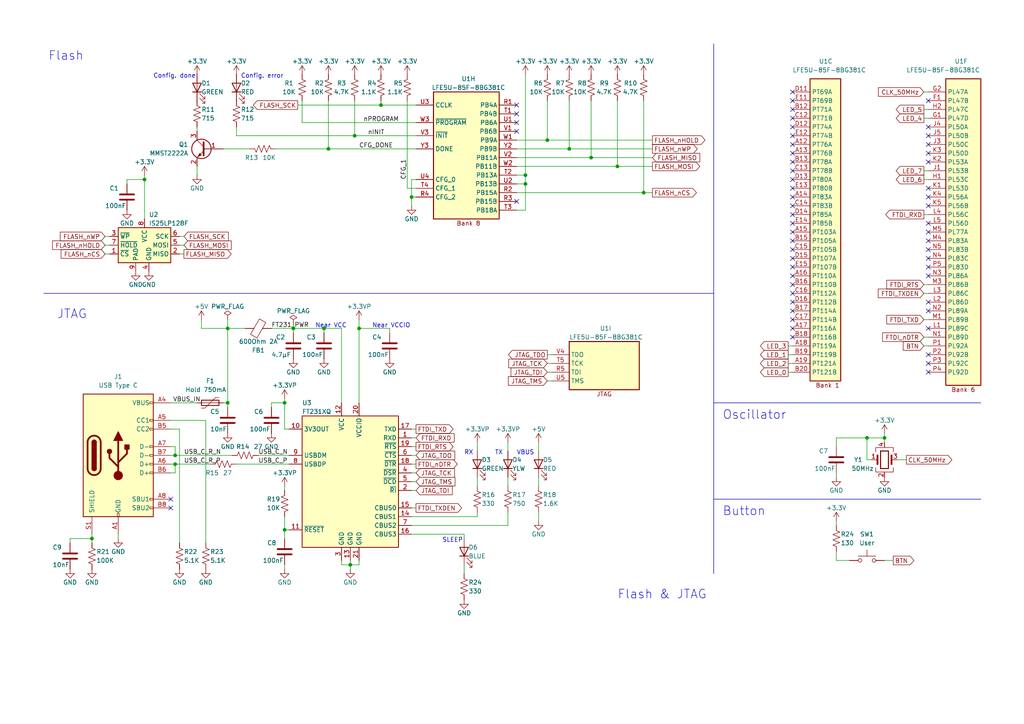
<source format=kicad_sch>
(kicad_sch (version 20230121) (generator eeschema)
  (paper "A4")
  (junction (at 85.09 95.25))
  (junction (at 256.54 127))
  (junction (at 101.6 163.83))
  (junction (at 95.25 43.18))
  (junction (at 26.67 156.21))
  (junction (at 186.69 55.88))
  (junction (at 165.1 43.18))
  (junction (at 82.55 116.84))
  (junction (at 119.38 57.15))
  (junction (at 171.45 45.72))
  (junction (at 251.46 127))
  (junction (at 66.04 95.25))
  (junction (at 158.75 40.64))
  (junction (at 152.4 53.34))
  (junction (at 179.07 48.26))
  (junction (at 102.87 39.37))
  (junction (at 41.91 52.07))
  (junction (at 50.8 132.08))
  (junction (at 66.04 116.84))
  (junction (at 104.14 95.25))
  (junction (at 50.8 134.62))
  (junction (at 110.49 30.48))
  (junction (at 93.98 95.25))
  (junction (at 152.4 50.8))
  (junction (at 82.55 153.67))
  (no_connect (at 229.87 90.17))
  (no_connect (at 49.53 147.32))
  (no_connect (at 269.24 46.99))
  (no_connect (at 269.24 64.77))
  (no_connect (at 149.86 30.48))
  (no_connect (at 269.24 74.93))
  (no_connect (at 229.87 82.55))
  (no_connect (at 149.86 38.1))
  (no_connect (at 269.24 41.91))
  (no_connect (at 269.24 57.15))
  (no_connect (at 229.87 64.77))
  (no_connect (at 229.87 95.25))
  (no_connect (at 269.24 102.87))
  (no_connect (at 269.24 44.45))
  (no_connect (at 229.87 74.93))
  (no_connect (at 229.87 36.83))
  (no_connect (at 269.24 67.31))
  (no_connect (at 149.86 33.02))
  (no_connect (at 229.87 92.71))
  (no_connect (at 269.24 59.69))
  (no_connect (at 229.87 44.45))
  (no_connect (at 269.24 72.39))
  (no_connect (at 229.87 39.37))
  (no_connect (at 229.87 54.61))
  (no_connect (at 229.87 80.01))
  (no_connect (at 229.87 59.69))
  (no_connect (at 269.24 95.25))
  (no_connect (at 269.24 90.17))
  (no_connect (at 229.87 46.99))
  (no_connect (at 229.87 34.29))
  (no_connect (at 149.86 58.42))
  (no_connect (at 229.87 87.63))
  (no_connect (at 229.87 57.15))
  (no_connect (at 269.24 105.41))
  (no_connect (at 229.87 31.75))
  (no_connect (at 229.87 29.21))
  (no_connect (at 269.24 87.63))
  (no_connect (at 229.87 52.07))
  (no_connect (at 49.53 144.78))
  (no_connect (at 269.24 36.83))
  (no_connect (at 229.87 62.23))
  (no_connect (at 229.87 97.79))
  (no_connect (at 229.87 72.39))
  (no_connect (at 229.87 49.53))
  (no_connect (at 229.87 77.47))
  (no_connect (at 229.87 69.85))
  (no_connect (at 229.87 26.67))
  (no_connect (at 229.87 41.91))
  (no_connect (at 149.86 35.56))
  (no_connect (at 269.24 107.95))
  (no_connect (at 269.24 80.01))
  (no_connect (at 229.87 85.09))
  (no_connect (at 269.24 69.85))
  (no_connect (at 269.24 77.47))
  (no_connect (at 269.24 29.21))
  (no_connect (at 229.87 67.31))
  (no_connect (at 269.24 54.61))
  (no_connect (at 269.24 39.37))
  (wire (pts (xy 186.69 55.88) (xy 189.23 55.88)))
  (wire (pts (xy 66.04 116.84) (xy 66.04 118.11)))
  (wire (pts (xy 165.1 43.18) (xy 189.23 43.18)))
  (wire (pts (xy 49.53 137.16) (xy 50.8 137.16)))
  (wire (pts (xy 267.97 82.55) (xy 269.24 82.55)))
  (wire (pts (xy 49.53 121.92) (xy 59.69 121.92)))
  (wire (pts (xy 82.55 149.86) (xy 82.55 153.67)))
  (wire (pts (xy 119.38 152.4) (xy 147.32 152.4)))
  (wire (pts (xy 52.07 71.12) (xy 53.34 71.12)))
  (wire (pts (xy 158.75 107.95) (xy 160.02 107.95)))
  (wire (pts (xy 156.21 148.59) (xy 156.21 151.13)))
  (wire (pts (xy 119.38 147.32) (xy 120.65 147.32)))
  (wire (pts (xy 251.46 127) (xy 256.54 127)))
  (wire (pts (xy 119.38 129.54) (xy 120.65 129.54)))
  (wire (pts (xy 228.6 102.87) (xy 229.87 102.87)))
  (wire (pts (xy 101.6 163.83) (xy 104.14 163.83)))
  (wire (pts (xy 119.38 57.15) (xy 119.38 59.69)))
  (wire (pts (xy 267.97 62.23) (xy 269.24 62.23)))
  (wire (pts (xy 41.91 50.8) (xy 41.91 52.07)))
  (wire (pts (xy 228.6 107.95) (xy 229.87 107.95)))
  (wire (pts (xy 74.93 132.08) (xy 83.82 132.08)))
  (wire (pts (xy 186.69 29.21) (xy 186.69 55.88)))
  (wire (pts (xy 267.97 52.07) (xy 269.24 52.07)))
  (wire (pts (xy 251.46 133.35) (xy 251.46 127)))
  (wire (pts (xy 147.32 152.4) (xy 147.32 148.59)))
  (wire (pts (xy 85.09 95.25) (xy 93.98 95.25)))
  (wire (pts (xy 149.86 40.64) (xy 158.75 40.64)))
  (wire (pts (xy 119.38 139.7) (xy 120.65 139.7)))
  (wire (pts (xy 104.14 92.71) (xy 104.14 95.25)))
  (wire (pts (xy 138.43 128.27) (xy 138.43 130.81)))
  (wire (pts (xy 242.57 162.56) (xy 246.38 162.56)))
  (wire (pts (xy 113.03 95.25) (xy 113.03 96.52)))
  (wire (pts (xy 147.32 138.43) (xy 147.32 140.97)))
  (wire (pts (xy 26.67 154.94) (xy 26.67 156.21)))
  (wire (pts (xy 138.43 149.86) (xy 138.43 148.59)))
  (wire (pts (xy 242.57 151.13) (xy 242.57 152.4)))
  (wire (pts (xy 34.29 154.94) (xy 34.29 156.21)))
  (polyline (pts (xy 207.01 100.33) (xy 207.01 166.37)))
  (wire (pts (xy 78.74 116.84) (xy 82.55 116.84)))
  (wire (pts (xy 102.87 39.37) (xy 102.87 29.21)))
  (wire (pts (xy 165.1 29.21) (xy 165.1 43.18)))
  (wire (pts (xy 119.38 149.86) (xy 138.43 149.86)))
  (wire (pts (xy 120.65 52.07) (xy 119.38 52.07)))
  (wire (pts (xy 158.75 105.41) (xy 160.02 105.41)))
  (wire (pts (xy 152.4 60.96) (xy 152.4 53.34)))
  (wire (pts (xy 256.54 127) (xy 256.54 128.27)))
  (wire (pts (xy 134.62 163.83) (xy 134.62 166.37)))
  (wire (pts (xy 57.15 50.8) (xy 57.15 48.26)))
  (wire (pts (xy 156.21 128.27) (xy 156.21 130.81)))
  (wire (pts (xy 85.09 95.25) (xy 85.09 93.98)))
  (wire (pts (xy 95.25 43.18) (xy 95.25 29.21)))
  (wire (pts (xy 110.49 29.21) (xy 110.49 30.48)))
  (wire (pts (xy 86.36 30.48) (xy 110.49 30.48)))
  (wire (pts (xy 82.55 115.57) (xy 82.55 116.84)))
  (wire (pts (xy 83.82 124.46) (xy 82.55 124.46)))
  (polyline (pts (xy 12.7 85.09) (xy 207.01 85.09)))
  (wire (pts (xy 104.14 95.25) (xy 113.03 95.25)))
  (wire (pts (xy 78.74 95.25) (xy 85.09 95.25)))
  (wire (pts (xy 20.32 156.21) (xy 26.67 156.21)))
  (wire (pts (xy 49.53 134.62) (xy 50.8 134.62)))
  (wire (pts (xy 93.98 95.25) (xy 93.98 96.52)))
  (wire (pts (xy 119.38 127) (xy 120.65 127)))
  (wire (pts (xy 52.07 73.66) (xy 53.34 73.66)))
  (wire (pts (xy 57.15 36.83) (xy 57.15 38.1)))
  (wire (pts (xy 50.8 134.62) (xy 50.8 137.16)))
  (wire (pts (xy 149.86 60.96) (xy 152.4 60.96)))
  (wire (pts (xy 119.38 132.08) (xy 120.65 132.08)))
  (wire (pts (xy 119.38 154.94) (xy 134.62 154.94)))
  (wire (pts (xy 30.48 73.66) (xy 31.75 73.66)))
  (wire (pts (xy 267.97 97.79) (xy 269.24 97.79)))
  (wire (pts (xy 82.55 153.67) (xy 82.55 156.21)))
  (wire (pts (xy 58.42 95.25) (xy 66.04 95.25)))
  (wire (pts (xy 252.73 133.35) (xy 251.46 133.35)))
  (wire (pts (xy 179.07 48.26) (xy 189.23 48.26)))
  (wire (pts (xy 68.58 36.83) (xy 68.58 39.37)))
  (wire (pts (xy 158.75 40.64) (xy 189.23 40.64)))
  (wire (pts (xy 59.69 121.92) (xy 59.69 157.48)))
  (wire (pts (xy 104.14 163.83) (xy 104.14 162.56)))
  (wire (pts (xy 171.45 29.21) (xy 171.45 45.72)))
  (wire (pts (xy 152.4 53.34) (xy 152.4 50.8)))
  (wire (pts (xy 80.01 43.18) (xy 95.25 43.18)))
  (wire (pts (xy 36.83 52.07) (xy 41.91 52.07)))
  (wire (pts (xy 64.77 116.84) (xy 66.04 116.84)))
  (wire (pts (xy 87.63 35.56) (xy 87.63 29.21)))
  (wire (pts (xy 68.58 134.62) (xy 83.82 134.62)))
  (wire (pts (xy 50.8 134.62) (xy 60.96 134.62)))
  (wire (pts (xy 119.38 52.07) (xy 119.38 57.15)))
  (wire (pts (xy 242.57 127) (xy 251.46 127)))
  (wire (pts (xy 64.77 43.18) (xy 72.39 43.18)))
  (wire (pts (xy 158.75 29.21) (xy 158.75 40.64)))
  (wire (pts (xy 82.55 153.67) (xy 83.82 153.67)))
  (wire (pts (xy 119.38 57.15) (xy 120.65 57.15)))
  (wire (pts (xy 119.38 137.16) (xy 120.65 137.16)))
  (wire (pts (xy 147.32 128.27) (xy 147.32 130.81)))
  (wire (pts (xy 228.6 105.41) (xy 229.87 105.41)))
  (wire (pts (xy 66.04 92.71) (xy 66.04 95.25)))
  (wire (pts (xy 267.97 34.29) (xy 269.24 34.29)))
  (wire (pts (xy 20.32 157.48) (xy 20.32 156.21)))
  (wire (pts (xy 82.55 163.83) (xy 82.55 165.1)))
  (wire (pts (xy 58.42 92.71) (xy 58.42 95.25)))
  (wire (pts (xy 179.07 29.21) (xy 179.07 48.26)))
  (wire (pts (xy 52.07 68.58) (xy 53.34 68.58)))
  (wire (pts (xy 68.58 39.37) (xy 102.87 39.37)))
  (wire (pts (xy 156.21 138.43) (xy 156.21 140.97)))
  (wire (pts (xy 228.6 100.33) (xy 229.87 100.33)))
  (wire (pts (xy 242.57 129.54) (xy 242.57 127)))
  (polyline (pts (xy 207.01 12.7) (xy 207.01 100.33)))
  (wire (pts (xy 149.86 50.8) (xy 152.4 50.8)))
  (wire (pts (xy 149.86 55.88) (xy 186.69 55.88)))
  (wire (pts (xy 158.75 110.49) (xy 160.02 110.49)))
  (wire (pts (xy 110.49 30.48) (xy 120.65 30.48)))
  (wire (pts (xy 138.43 138.43) (xy 138.43 140.97)))
  (wire (pts (xy 99.06 95.25) (xy 99.06 116.84)))
  (wire (pts (xy 30.48 68.58) (xy 31.75 68.58)))
  (wire (pts (xy 120.65 43.18) (xy 95.25 43.18)))
  (wire (pts (xy 242.57 160.02) (xy 242.57 162.56)))
  (wire (pts (xy 82.55 140.97) (xy 82.55 142.24)))
  (wire (pts (xy 36.83 52.07) (xy 36.83 53.34)))
  (wire (pts (xy 149.86 45.72) (xy 171.45 45.72)))
  (wire (pts (xy 118.11 29.21) (xy 118.11 54.61)))
  (wire (pts (xy 87.63 35.56) (xy 120.65 35.56)))
  (wire (pts (xy 93.98 95.25) (xy 99.06 95.25)))
  (wire (pts (xy 49.53 124.46) (xy 52.07 124.46)))
  (wire (pts (xy 49.53 116.84) (xy 57.15 116.84)))
  (wire (pts (xy 267.97 49.53) (xy 269.24 49.53)))
  (wire (pts (xy 78.74 118.11) (xy 78.74 116.84)))
  (wire (pts (xy 242.57 138.43) (xy 242.57 137.16)))
  (wire (pts (xy 256.54 125.73) (xy 256.54 127)))
  (wire (pts (xy 267.97 100.33) (xy 269.24 100.33)))
  (wire (pts (xy 41.91 52.07) (xy 41.91 63.5)))
  (wire (pts (xy 149.86 53.34) (xy 152.4 53.34)))
  (wire (pts (xy 267.97 85.09) (xy 269.24 85.09)))
  (wire (pts (xy 120.65 39.37) (xy 102.87 39.37)))
  (wire (pts (xy 256.54 162.56) (xy 259.08 162.56)))
  (wire (pts (xy 99.06 162.56) (xy 99.06 163.83)))
  (wire (pts (xy 260.35 133.35) (xy 262.89 133.35)))
  (wire (pts (xy 26.67 156.21) (xy 26.67 157.48)))
  (wire (pts (xy 152.4 21.59) (xy 152.4 50.8)))
  (wire (pts (xy 50.8 129.54) (xy 50.8 132.08)))
  (wire (pts (xy 119.38 134.62) (xy 120.65 134.62)))
  (wire (pts (xy 134.62 154.94) (xy 134.62 156.21)))
  (wire (pts (xy 85.09 95.25) (xy 85.09 96.52)))
  (wire (pts (xy 267.97 31.75) (xy 269.24 31.75)))
  (wire (pts (xy 119.38 124.46) (xy 120.65 124.46)))
  (wire (pts (xy 99.06 163.83) (xy 101.6 163.83)))
  (wire (pts (xy 104.14 95.25) (xy 104.14 116.84)))
  (wire (pts (xy 149.86 48.26) (xy 179.07 48.26)))
  (wire (pts (xy 49.53 132.08) (xy 50.8 132.08)))
  (wire (pts (xy 101.6 165.1) (xy 101.6 163.83)))
  (wire (pts (xy 120.65 54.61) (xy 118.11 54.61)))
  (wire (pts (xy 119.38 142.24) (xy 120.65 142.24)))
  (wire (pts (xy 171.45 45.72) (xy 189.23 45.72)))
  (wire (pts (xy 66.04 95.25) (xy 71.12 95.25)))
  (polyline (pts (xy 207.01 144.78) (xy 284.48 144.78)))
  (wire (pts (xy 50.8 132.08) (xy 67.31 132.08)))
  (wire (pts (xy 267.97 92.71) (xy 269.24 92.71)))
  (wire (pts (xy 267.97 26.67) (xy 269.24 26.67)))
  (wire (pts (xy 66.04 95.25) (xy 66.04 116.84)))
  (wire (pts (xy 158.75 102.87) (xy 160.02 102.87)))
  (wire (pts (xy 101.6 162.56) (xy 101.6 163.83)))
  (wire (pts (xy 149.86 43.18) (xy 165.1 43.18)))
  (wire (pts (xy 52.07 124.46) (xy 52.07 157.48)))
  (polyline (pts (xy 207.01 116.84) (xy 284.48 116.84)))
  (wire (pts (xy 30.48 71.12) (xy 31.75 71.12)))
  (wire (pts (xy 82.55 116.84) (xy 82.55 124.46)))
  (wire (pts (xy 49.53 129.54) (xy 50.8 129.54)))
  (text "Near VCCIO" (at 107.95 95.25 0) (effects (font (size 1.27 1.27)) (justify left bottom)))
  (text "Flash" (at 13.97 17.78 0) (effects (font (size 2.54 2.54)) (justify left bottom)))
  (text "Near VCC" (at 91.44 95.25 0) (effects (font (size 1.27 1.27)) (justify left bottom)))
  (text "Flash & JTAG" (at 179.07 173.99 0) (effects (font (size 2.54 2.54)) (justify left bottom)))
  (text "SLEEP" (at 128.27 157.48 0) (effects (font (size 1.27 1.27)) (justify left bottom)))
  (text "RX" (at 134.62 132.08 0) (effects (font (size 1.27 1.27)) (justify left bottom)))
  (text "Oscillator" (at 209.55 121.92 0) (effects (font (size 2.54 2.54)) (justify left bottom)))
  (text "Button" (at 209.55 149.86 0) (effects (font (size 2.54 2.54)) (justify left bottom)))
  (text "VBUS" (at 149.86 132.08 0) (effects (font (size 1.27 1.27)) (justify left bottom)))
  (text "Config. done" (at 44.45 22.86 0) (effects (font (size 1.27 1.27)) (justify left bottom)))
  (text "TX" (at 143.51 132.08 0) (effects (font (size 1.27 1.27)) (justify left bottom)))
  (text "JTAG" (at 16.51 92.71 0) (effects (font (size 2.54 2.54)) (justify left bottom)))
  (text "Config. error" (at 69.85 22.86 0) (effects (font (size 1.27 1.27)) (justify left bottom)))
  (label "USB_C_P" (at 74.93 134.62 0))
  (label "USB_C_R_N" (at 53.34 132.08 0))
  (label "FT231_PWR" (at 78.74 95.25 0))
  (label "CFG_DONE" (at 104.14 43.18 0))
  (label "nPROGRAM" (at 105.41 35.56 0))
  (label "VBUS_IN" (at 50.165 116.84 0))
  (label "nINIT" (at 106.68 39.37 0))
  (label "USB_C_R_P" (at 53.34 134.62 0))
  (label "USB_C_N" (at 74.93 132.08 0))
  (label "CFG_1" (at 118.11 52.07 90))
  (global_label "FLASH_SCK" (shape output) (at 86.36 30.48 180) (property "Intersheetrefs" "${INTERSHEET_REFS}" (effects hide)))
  (global_label "LED_0" (shape output) (at 228.6 107.95 180) (property "Intersheetrefs" "${INTERSHEET_REFS}" (effects hide)))
  (global_label "FLASH_MISO" (shape input) (at 189.23 45.72 0) (property "Intersheetrefs" "${INTERSHEET_REFS}" (effects hide)))
  (global_label "LED_4" (shape output) (at 267.97 34.29 180) (property "Intersheetrefs" "${INTERSHEET_REFS}" (effects hide)))
  (global_label "FLASH_MOSI" (shape input) (at 53.34 71.12 0) (property "Intersheetrefs" "${INTERSHEET_REFS}" (effects hide)))
  (global_label "FLASH_nWP" (shape input) (at 30.48 68.58 180) (property "Intersheetrefs" "${INTERSHEET_REFS}" (effects hide)))
  (global_label "JTAG_TMS" (shape input) (at 120.65 139.7 0) (property "Intersheetrefs" "${INTERSHEET_REFS}" (effects hide)))
  (global_label "FTDI_TXD" (shape output) (at 120.65 124.46 0) (property "Intersheetrefs" "${INTERSHEET_REFS}" (effects hide)))
  (global_label "LED_2" (shape output) (at 228.6 105.41 180) (property "Intersheetrefs" "${INTERSHEET_REFS}" (effects hide)))
  (global_label "JTAG_TCK" (shape input) (at 120.65 137.16 0) (property "Intersheetrefs" "${INTERSHEET_REFS}" (effects hide)))
  (global_label "FTDI_RTS" (shape input) (at 267.97 82.55 180) (property "Intersheetrefs" "${INTERSHEET_REFS}" (effects hide)))
  (global_label "FTDI_RTS" (shape output) (at 120.65 129.54 0) (property "Intersheetrefs" "${INTERSHEET_REFS}" (effects hide)))
  (global_label "FLASH_nCS" (shape output) (at 189.23 55.88 0) (property "Intersheetrefs" "${INTERSHEET_REFS}" (effects hide)))
  (global_label "FLASH_nWP" (shape output) (at 189.23 43.18 0) (property "Intersheetrefs" "${INTERSHEET_REFS}" (effects hide)))
  (global_label "JTAG_TDI" (shape input) (at 158.75 107.95 180) (property "Intersheetrefs" "${INTERSHEET_REFS}" (effects hide)))
  (global_label "LED_7" (shape output) (at 267.97 49.53 180) (property "Intersheetrefs" "${INTERSHEET_REFS}" (effects hide)))
  (global_label "FTDI_nDTR" (shape output) (at 120.65 134.62 0) (property "Intersheetrefs" "${INTERSHEET_REFS}" (effects hide)))
  (global_label "FLASH_nHOLD" (shape output) (at 189.23 40.64 0) (property "Intersheetrefs" "${INTERSHEET_REFS}" (effects hide)))
  (global_label "FTDI_TXD" (shape input) (at 267.97 92.71 180) (property "Intersheetrefs" "${INTERSHEET_REFS}" (effects hide)))
  (global_label "LED_3" (shape output) (at 228.6 100.33 180) (property "Intersheetrefs" "${INTERSHEET_REFS}" (effects hide)))
  (global_label "LED_5" (shape output) (at 267.97 31.75 180) (property "Intersheetrefs" "${INTERSHEET_REFS}" (effects hide)))
  (global_label "FLASH_SCK" (shape input) (at 53.34 68.58 0) (property "Intersheetrefs" "${INTERSHEET_REFS}" (effects hide)))
  (global_label "BTN" (shape output) (at 259.08 162.56 0) (property "Intersheetrefs" "${INTERSHEET_REFS}" (effects hide)))
  (global_label "JTAG_TCK" (shape input) (at 158.75 105.41 180) (property "Intersheetrefs" "${INTERSHEET_REFS}" (effects hide)))
  (global_label "JTAG_TDO" (shape output) (at 158.75 102.87 180) (property "Intersheetrefs" "${INTERSHEET_REFS}" (effects hide)))
  (global_label "FTDI_RXD" (shape input) (at 120.65 127 0) (property "Intersheetrefs" "${INTERSHEET_REFS}" (effects hide)))
  (global_label "FLASH_nHOLD" (shape input) (at 30.48 71.12 180) (property "Intersheetrefs" "${INTERSHEET_REFS}" (effects hide)))
  (global_label "LED_6" (shape output) (at 267.97 52.07 180) (property "Intersheetrefs" "${INTERSHEET_REFS}" (effects hide)))
  (global_label "CLK_50MHz" (shape output) (at 262.89 133.35 0) (property "Intersheetrefs" "${INTERSHEET_REFS}" (effects hide)))
  (global_label "BTN" (shape input) (at 267.97 100.33 180) (property "Intersheetrefs" "${INTERSHEET_REFS}" (effects hide)))
  (global_label "FTDI_TXDEN" (shape output) (at 120.65 147.32 0) (property "Intersheetrefs" "${INTERSHEET_REFS}" (effects hide)))
  (global_label "FTDI_RXD" (shape output) (at 267.97 62.23 180) (property "Intersheetrefs" "${INTERSHEET_REFS}" (effects hide)))
  (global_label "JTAG_TDO" (shape input) (at 120.65 132.08 0) (property "Intersheetrefs" "${INTERSHEET_REFS}" (effects hide)))
  (global_label "CLK_50MHz" (shape input) (at 267.97 26.67 180) (property "Intersheetrefs" "${INTERSHEET_REFS}" (effects hide)))
  (global_label "JTAG_TMS" (shape input) (at 158.75 110.49 180) (property "Intersheetrefs" "${INTERSHEET_REFS}" (effects hide)))
  (global_label "FTDI_nDTR" (shape input) (at 267.97 97.79 180) (property "Intersheetrefs" "${INTERSHEET_REFS}" (effects hide)))
  (global_label "FLASH_nCS" (shape input) (at 30.48 73.66 180) (property "Intersheetrefs" "${INTERSHEET_REFS}" (effects hide)))
  (global_label "FTDI_TXDEN" (shape input) (at 267.97 85.09 180) (property "Intersheetrefs" "${INTERSHEET_REFS}" (effects hide)))
  (global_label "LED_1" (shape output) (at 228.6 102.87 180) (property "Intersheetrefs" "${INTERSHEET_REFS}" (effects hide)))
  (global_label "FLASH_MOSI" (shape output) (at 189.23 48.26 0) (property "Intersheetrefs" "${INTERSHEET_REFS}" (effects hide)))
  (global_label "JTAG_TDI" (shape input) (at 120.65 142.24 0) (property "Intersheetrefs" "${INTERSHEET_REFS}" (effects hide)))
  (global_label "FLASH_MISO" (shape output) (at 53.34 73.66 0) (property "Intersheetrefs" "${INTERSHEET_REFS}" (effects hide)))
  (symbol (lib_id "power:+3.3V") (at 57.15 21.59 0) (unit 1) (in_bom no)
    (property "Reference" "#PWR01" (effects hide))
    (property "Value" "+3.3V" (at 57.15 17.78 0))
  )
  (symbol (lib_id "Device:R_US") (at 165.1 25.4 0) (mirror y) (unit 1)
    (property "Reference" "R7" (at 163.83 24.13 0) (effects (justify left)))
    (property "Value" "10K" (at 163.83 26.67 0) (effects (justify left)))
    (property "Footprint" "Resistor_SMD:R_0603_1608Metric" (effects hide))
    (property "Manufacturer" "Panasonic Electronic Components" (effects hide))
    (property "Description" "RES SMD 10K OHM 1% 1/10W 0603" (effects hide))
    (property "MPN" "ERJ-3EKF1002V" (effects hide))
  )
  (symbol (lib_id "Device:C") (at 36.83 57.15 0) (unit 1)
    (property "Reference" "C1" (at 31.75 54.61 0) (effects (justify left)))
    (property "Value" "100nF" (at 30.48 59.69 0) (effects (justify left)))
    (property "Footprint" "Capacitor_SMD:C_0603_1608Metric" (effects hide))
    (property "Manufacturer" "Samsung Electro-Mechanics" (effects hide))
    (property "Description" "CAP CER 0.1UF 50V X7R 0603" (effects hide))
    (property "MPN" "CL10B104KB8NNWC" (effects hide))
  )
  (symbol (lib_id "Gil:FT231XQ") (at 101.6 139.7 0) (unit 1)
    (property "Reference" "U3" (at 87.63 116.84 0) (effects (justify left)))
    (property "Value" "FT231XQ" (at 87.63 119.38 0) (effects (justify left)))
    (property "Footprint" "Package_DFN_QFN:QFN-20-1EP_4x4mm_P0.5mm_EP2.5x2.5mm" (effects hide))
    (property "Datasheet" "https://www.ftdichip.com/Support/Documents/DataSheets/ICs/DS_FT231X.pdf" (effects hide))
    (property "Manufacturer" "FTDI, Future Technology Devices International Ltd" (effects hide))
    (property "Description" "IC USB SERIAL FULL UART 20QFN" (effects hide))
    (property "MPN" "FT231XQ-R" (effects hide))
    (instances (project "ECP5" (path "" (reference "U3") (unit 1))) (project "FT231X" (path "" (reference "U1") (unit 1))))
  )
  (symbol (lib_id "power:+3.3V") (at 41.91 50.8 0) (unit 1) (in_bom no)
    (property "Reference" "#PWR014" (effects hide))
    (property "Value" "+3.3V" (at 41.91 46.99 0))
  )
  (symbol (lib_id "Device:R_US") (at 76.2 43.18 90) (mirror x) (unit 1)
    (property "Reference" "R13" (at 74.93 45.72 90) (effects (justify left)))
    (property "Value" "10K" (at 80.01 45.72 90) (effects (justify left)))
    (property "Footprint" "Resistor_SMD:R_0603_1608Metric" (effects hide))
    (property "Manufacturer" "Panasonic Electronic Components" (effects hide))
    (property "Description" "RES SMD 10K OHM 1% 1/10W 0603" (effects hide))
    (property "MPN" "ERJ-3EKF1002V" (effects hide))
  )
  (symbol (lib_id "Device:R_US") (at 82.55 146.05 0) (mirror y) (unit 1)
    (property "Reference" "R19" (at 81.28 144.78 0) (effects (justify left)))
    (property "Value" "10K" (at 81.28 147.32 0) (effects (justify left)))
    (property "Footprint" "Resistor_SMD:R_0603_1608Metric" (effects hide))
    (property "Manufacturer" "Panasonic Electronic Components" (effects hide))
    (property "Description" "RES SMD 10K OHM 1% 1/10W 0603" (effects hide))
    (property "MPN" "ERJ-3EKF1002V" (effects hide))
    (instances (project "ECP5" (path "" (reference "R19") (unit 1))) (project "FT231X" (path "" (reference "R6") (unit 1))))
  )
  (symbol (lib_id "Device:R_US") (at 68.58 33.02 0) (unit 1)
    (property "Reference" "R12" (at 69.85 31.75 0) (effects (justify left)))
    (property "Value" "715" (at 69.85 34.29 0) (effects (justify left)))
    (property "Footprint" "Resistor_SMD:R_0603_1608Metric" (effects hide))
    (property "Manufacturer" "Panasonic Electronic Components" (effects hide))
    (property "Description" "RES SMD 715 OHM 1% 1/10W 0603" (effects hide))
    (property "MPN" "ERJ-3EKF7150V" (effects hide))
  )
  (symbol (lib_id "Device:R_US") (at 171.45 25.4 0) (mirror y) (unit 1)
    (property "Reference" "R8" (at 170.18 24.13 0) (effects (justify left)))
    (property "Value" "10K" (at 170.18 26.67 0) (effects (justify left)))
    (property "Footprint" "Resistor_SMD:R_0603_1608Metric" (effects hide))
    (property "Manufacturer" "Panasonic Electronic Components" (effects hide))
    (property "Description" "RES SMD 10K OHM 1% 1/10W 0603" (effects hide))
    (property "MPN" "ERJ-3EKF1002V" (effects hide))
  )
  (symbol (lib_id "Device:C") (at 78.74 121.92 0) (unit 1)
    (property "Reference" "C6" (at 73.66 119.38 0) (effects (justify left)))
    (property "Value" "100nF" (at 72.39 124.46 0) (effects (justify left)))
    (property "Footprint" "Capacitor_SMD:C_0603_1608Metric" (effects hide))
    (property "Manufacturer" "Samsung Electro-Mechanics" (effects hide))
    (property "Description" "CAP CER 0.1UF 50V X7R 0603" (effects hide))
    (property "MPN" "CL10B104KB8NNWC" (effects hide))
    (instances (project "ECP5" (path "" (reference "C6") (unit 1))) (project "FT231X" (path "" (reference "C5") (unit 1))))
  )
  (symbol (lib_id "power:GND") (at 66.04 125.73 0) (unit 1)
    (property "Reference" "#PWR025" (effects hide))
    (property "Value" "GND" (at 66.04 129.54 0))
    (instances (project "ECP5" (path "" (reference "#PWR025") (unit 1))) (project "FT231X" (path "" (reference "#PWR07") (unit 1))))
  )
  (symbol (lib_id "Device:C") (at 85.09 100.33 0) (unit 1)
    (property "Reference" "C2" (at 80.01 97.79 0) (effects (justify left)))
    (property "Value" "4.7µF" (at 78.74 102.87 0) (effects (justify left)))
    (property "Footprint" "Capacitor_SMD:C_0603_1608Metric" (effects hide))
    (property "Manufacturer" "Samsung Electro-Mechanics" (effects hide))
    (property "Description" "CAP CER 4.7UF 10V X5R 0603" (effects hide))
    (property "MPN" "CL10A475KP8NNNC" (effects hide))
    (instances (project "ECP5" (path "" (reference "C2") (unit 1))) (project "FT231X" (path "" (reference "C4") (unit 1))))
  )
  (symbol (lib_id "Device:Crystal_GND24") (at 256.54 133.35 0) (mirror x) (unit 1)
    (property "Reference" "Y1" (at 248.92 133.35 0))
    (property "Value" "50MHz" (at 250.19 135.89 0))
    (property "Footprint" "Gil:Oscillator_SMD_Diodes_FN-4Pin_7.0x5.0mm" (effects hide))
    (property "Manufacturer" "ECS Inc." (effects hide))
    (property "Description" "XTAL OSC XO 50MHZ HCMOS SMD" (effects hide))
    (property "MPN" "ECS-7050MV-500-DM-TR" (effects hide))
  )
  (symbol (lib_id "power:PWR_FLAG") (at 66.04 92.71 0) (unit 1)
    (property "Reference" "#FLG01" (effects hide))
    (property "Value" "PWR_FLAG" (at 66.04 88.9 0))
  )
  (symbol (lib_id "power:+3.3V") (at 165.1 21.59 0) (unit 1) (in_bom no)
    (property "Reference" "#PWR010" (effects hide))
    (property "Value" "+3.3V" (at 165.1 17.78 0))
  )
  (symbol (lib_id "Gil:USB_C_Receptacle_USB2.0") (at 34.29 132.08 0) (unit 1)
    (property "Reference" "J1" (at 34.29 109.22 0))
    (property "Value" "USB Type C" (at 34.29 111.76 0))
    (property "Footprint" "Gil:USB_C_Receptacle_GCT_USB4105-xx-A_16P_TopMnt_Horizontal" (effects hide))
    (property "Datasheet" "https://www.usb.org/sites/default/files/documents/usb_type-c.zip" (effects hide))
    (property "MPN" "USB4105-GF-A-120" (effects hide))
    (property "Manufacturer" "GCT" (effects hide))
    (property "Description" "CONN RCP USB2.0 TYP C 24P SMD RA" (effects hide))
  )
  (symbol (lib_id "power:+3.3VP") (at 147.32 128.27 0) (unit 1)
    (property "Reference" "#PWR029" (effects hide))
    (property "Value" "+3.3VP" (at 147.32 124.46 0))
    (instances (project "ECP5" (path "" (reference "#PWR029") (unit 1))) (project "FT231X" (path "" (reference "#PWR018") (unit 1))))
  )
  (symbol (lib_id "Gil:LFE5U-85F-6BG381x") (at 135.89 45.72 0) (unit 8)
    (property "Reference" "U1" (at 135.89 22.86 0))
    (property "Value" "LFE5U-85F-8BG381C" (at 135.89 25.4 0))
    (property "Footprint" "Gil:BGA-381_pitch0.8mm_dia0.4mm" (effects hide))
    (property "Datasheet" "https://www.latticesemi.com/view_document?document_id=50461" (effects hide))
    (property "Manufacturer" "Lattice Semiconductor Corporation" (effects hide))
    (property "Description" "IC FPGA 205 I/O 381CABGA" (effects hide))
    (property "MPN" "LFE5U-85F-8BG381C" (effects hide))
  )
  (symbol (lib_id "power:GND") (at 59.69 165.1 0) (unit 1)
    (property "Reference" "#PWR040" (effects hide))
    (property "Value" "GND" (at 59.69 168.91 0))
    (instances (project "ECP5" (path "" (reference "#PWR040") (unit 1))) (project "FT231X" (path "" (reference "#PWR06") (unit 1))))
  )
  (symbol (lib_id "Device:LED") (at 57.15 25.4 90) (unit 1)
    (property "Reference" "D1" (at 58.42 24.13 90) (effects (justify right)))
    (property "Value" "GREEN" (at 58.42 26.67 90) (effects (justify right)))
    (property "Footprint" "LED_SMD:LED_0603_1608Metric" (effects hide))
    (property "Manufacturer" "Kingbright" (effects hide))
    (property "Description" "Green 525nm LED Indication - Discrete 2.65V 0603" (effects hide))
    (property "MPN" "APTD1608LZGCK" (effects hide))
  )
  (symbol (lib_id "power:GND") (at 113.03 104.14 0) (unit 1)
    (property "Reference" "#PWR023" (effects hide))
    (property "Value" "GND" (at 113.03 107.95 0))
    (instances (project "ECP5" (path "" (reference "#PWR023") (unit 1))) (project "FT231X" (path "" (reference "#PWR015") (unit 1))))
  )
  (symbol (lib_id "power:+3.3V") (at 118.11 21.59 0) (unit 1) (in_bom no)
    (property "Reference" "#PWR07" (effects hide))
    (property "Value" "+3.3V" (at 118.11 17.78 0))
  )
  (symbol (lib_id "Device:R_US") (at 118.11 25.4 0) (mirror y) (unit 1)
    (property "Reference" "R5" (at 116.84 24.13 0) (effects (justify left)))
    (property "Value" "1.1K" (at 116.84 26.67 0) (effects (justify left)))
    (property "Footprint" "Resistor_SMD:R_0603_1608Metric" (effects hide))
    (property "Manufacturer" "Panasonic Electronic Components" (effects hide))
    (property "Description" "RES SMD 1.1K OHM 1% 1/10W 0603" (effects hide))
    (property "MPN" "ERJ-3EKF1101V" (effects hide))
  )
  (symbol (lib_id "power:+5V") (at 156.21 128.27 0) (unit 1)
    (property "Reference" "#PWR030" (effects hide))
    (property "Value" "+5V" (at 156.21 124.46 0))
  )
  (symbol (lib_id "power:GND") (at 26.67 165.1 0) (unit 1)
    (property "Reference" "#PWR038" (effects hide))
    (property "Value" "GND" (at 26.67 168.91 0))
    (instances (project "ECP5" (path "" (reference "#PWR038") (unit 1))) (project "FT231X" (path "" (reference "#PWR02") (unit 1))))
  )
  (symbol (lib_id "Device:LED") (at 156.21 134.62 90) (unit 1)
    (property "Reference" "D5" (at 157.48 133.35 90) (effects (justify right)))
    (property "Value" "RED" (at 157.48 135.89 90) (effects (justify right)))
    (property "Footprint" "LED_SMD:LED_0603_1608Metric" (effects hide))
    (property "Manufacturer" "Kingbright" (effects hide))
    (property "Description" "Red 630nm LED Indication - Discrete 1.75V 0603 (1608 Metric)" (effects hide))
    (property "MPN" "APTD1608LSURCK" (effects hide))
  )
  (symbol (lib_id "power:PWR_FLAG") (at 85.09 93.98 0) (unit 1)
    (property "Reference" "#FLG02" (effects hide))
    (property "Value" "PWR_FLAG" (at 85.09 90.17 0))
  )
  (symbol (lib_id "Device:R_US") (at 102.87 25.4 180) (unit 1)
    (property "Reference" "R3" (at 99.06 24.13 0))
    (property "Value" "4.7K" (at 99.06 26.67 0))
    (property "Footprint" "Resistor_SMD:R_0603_1608Metric" (effects hide))
    (property "Manufacturer" "Panasonic Electronic Components" (effects hide))
    (property "Description" "RES SMD 4.7K OHM 1% 1/10W 0603" (effects hide))
    (property "MPN" "ERJ-3EKF4701V" (effects hide))
  )
  (symbol (lib_id "Gil:LFE5U-85F-6BG381x") (at 240.03 64.77 0) (unit 3)
    (property "Reference" "U1" (at 237.49 17.78 0) (effects (justify left)))
    (property "Value" "LFE5U-85F-8BG381C" (at 229.87 20.32 0) (effects (justify left)))
    (property "Footprint" "Gil:BGA-381_pitch0.8mm_dia0.4mm" (effects hide))
    (property "Datasheet" "https://www.latticesemi.com/view_document?document_id=50461" (effects hide))
    (property "Manufacturer" "Lattice Semiconductor Corporation" (effects hide))
    (property "Description" "IC FPGA 205 I/O 381CABGA" (effects hide))
    (property "MPN" "LFE5U-85F-8BG381C" (effects hide))
  )
  (symbol (lib_id "power:GND") (at 20.32 165.1 0) (unit 1)
    (property "Reference" "#PWR037" (effects hide))
    (property "Value" "GND" (at 20.32 168.91 0))
    (instances (project "ECP5" (path "" (reference "#PWR037") (unit 1))) (project "FT231X" (path "" (reference "#PWR01") (unit 1))))
  )
  (symbol (lib_id "power:GND") (at 82.55 165.1 0) (unit 1)
    (property "Reference" "#PWR041" (effects hide))
    (property "Value" "GND" (at 82.55 168.91 0))
    (instances (project "ECP5" (path "" (reference "#PWR041") (unit 1))) (project "FT231X" (path "" (reference "#PWR010") (unit 1))))
  )
  (symbol (lib_id "Device:R_US") (at 71.12 132.08 90) (unit 1)
    (property "Reference" "R14" (at 72.39 129.54 90) (effects (justify left)))
    (property "Value" "27" (at 76.2 129.54 90) (effects (justify left)))
    (property "Footprint" "Resistor_SMD:R_0603_1608Metric" (effects hide))
    (property "Manufacturer" "Panasonic Electronic Components" (effects hide))
    (property "Description" "RES SMD 27 OHM 1% 1/10W 0603" (effects hide))
    (property "MPN" "ERJ-3EKF27R0V" (effects hide))
    (instances (project "ECP5" (path "" (reference "R14") (unit 1))) (project "FT231X" (path "" (reference "R5") (unit 1))))
  )
  (symbol (lib_id "power:+3.3V") (at 242.57 151.13 0) (unit 1) (in_bom no)
    (property "Reference" "#PWR062" (effects hide))
    (property "Value" "+3.3V" (at 242.57 147.32 0))
  )
  (symbol (lib_id "Switch:SW_Push") (at 251.46 162.56 0) (unit 1)
    (property "Reference" "SW1" (at 251.46 154.94 0))
    (property "Value" "User" (at 251.46 157.48 0))
    (property "Footprint" "Button_Switch_SMD:SW_SPST_PTS645" (effects hide))
    (property "MPN" "PTS645SK43SMTR92 LFS" (effects hide))
    (property "Manufacturer" "C&K" (effects hide))
    (property "Description" "SWITCH TACTILE SPST-NO 0.05A 12V" (effects hide))
  )
  (symbol (lib_id "Device:R_US") (at 52.07 161.29 0) (unit 1)
    (property "Reference" "R22" (at 53.34 160.02 0) (effects (justify left)))
    (property "Value" "5.1K" (at 53.34 162.56 0) (effects (justify left)))
    (property "Footprint" "Resistor_SMD:R_0603_1608Metric" (effects hide))
    (property "Manufacturer" "Panasonic Electronic Components" (effects hide))
    (property "Description" "RES SMD 5.1K OHM 1% 1/10W 0603" (effects hide))
    (property "MPN" "ERJ-3EKF5101V" (effects hide))
    (instances (project "ECP5" (path "" (reference "R22") (unit 1))) (project "FT231X" (path "" (reference "R2") (unit 1))))
  )
  (symbol (lib_id "Device:R_US") (at 179.07 25.4 180) (unit 1)
    (property "Reference" "R9" (at 175.26 24.13 0))
    (property "Value" "4.7K" (at 175.26 26.67 0))
    (property "Footprint" "Resistor_SMD:R_0603_1608Metric" (effects hide))
    (property "Manufacturer" "Panasonic Electronic Components" (effects hide))
    (property "Description" "RES SMD 4.7K OHM 1% 1/10W 0603" (effects hide))
    (property "MPN" "ERJ-3EKF4701V" (effects hide))
  )
  (symbol (lib_id "power:GND") (at 52.07 165.1 0) (unit 1)
    (property "Reference" "#PWR039" (effects hide))
    (property "Value" "GND" (at 52.07 168.91 0))
    (instances (project "ECP5" (path "" (reference "#PWR039") (unit 1))) (project "FT231X" (path "" (reference "#PWR04") (unit 1))))
  )
  (symbol (lib_id "Device:R_US") (at 186.69 25.4 180) (unit 1)
    (property "Reference" "R10" (at 182.88 24.13 0))
    (property "Value" "4.7K" (at 182.88 26.67 0))
    (property "Footprint" "Resistor_SMD:R_0603_1608Metric" (effects hide))
    (property "Manufacturer" "Panasonic Electronic Components" (effects hide))
    (property "Description" "RES SMD 4.7K OHM 1% 1/10W 0603" (effects hide))
    (property "MPN" "ERJ-3EKF4701V" (effects hide))
  )
  (symbol (lib_id "Device:R_US") (at 95.25 25.4 0) (mirror y) (unit 1)
    (property "Reference" "R2" (at 93.98 24.13 0) (effects (justify left)))
    (property "Value" "10K" (at 93.98 26.67 0) (effects (justify left)))
    (property "Footprint" "Resistor_SMD:R_0603_1608Metric" (effects hide))
    (property "Manufacturer" "Panasonic Electronic Components" (effects hide))
    (property "Description" "RES SMD 10K OHM 1% 1/10W 0603" (effects hide))
    (property "MPN" "ERJ-3EKF1002V" (effects hide))
  )
  (symbol (lib_id "power:GND") (at 85.09 104.14 0) (unit 1)
    (property "Reference" "#PWR021" (effects hide))
    (property "Value" "GND" (at 85.09 107.95 0))
    (instances (project "ECP5" (path "" (reference "#PWR021") (unit 1))) (project "FT231X" (path "" (reference "#PWR011") (unit 1))))
  )
  (symbol (lib_id "Device:C") (at 20.32 161.29 0) (unit 1)
    (property "Reference" "C9" (at 15.24 158.75 0) (effects (justify left)))
    (property "Value" "10nF" (at 15.24 163.83 0) (effects (justify left)))
    (property "Footprint" "Capacitor_SMD:C_0603_1608Metric" (effects hide))
    (property "Manufacturer" "Samsung Electro-Mechanics" (effects hide))
    (property "Description" "CAP CER 10000PF 50V X7R 0603" (effects hide))
    (property "MPN" "CL10B103KB8NNWC" (effects hide))
    (instances (project "ECP5" (path "" (reference "C9") (unit 1))) (project "FT231X" (path "" (reference "C1") (unit 1))))
  )
  (symbol (lib_id "power:GND") (at 36.83 60.96 0) (unit 1)
    (property "Reference" "#PWR017" (effects hide))
    (property "Value" "GND" (at 36.83 64.77 0))
  )
  (symbol (lib_id "power:+3.3V") (at 256.54 125.73 0) (unit 1) (in_bom no)
    (property "Reference" "#PWR027" (effects hide))
    (property "Value" "+3.3V" (at 256.54 121.92 0))
  )
  (symbol (lib_id "Device:R_US") (at 138.43 144.78 0) (unit 1)
    (property "Reference" "R16" (at 139.7 143.51 0) (effects (justify left)))
    (property "Value" "330" (at 139.7 146.05 0) (effects (justify left)))
    (property "Footprint" "Resistor_SMD:R_0603_1608Metric" (effects hide))
    (property "Manufacturer" "Panasonic Electronic Components" (effects hide))
    (property "Description" "RES SMD 330 OHM 1% 1/10W 0603" (effects hide))
    (property "MPN" "ERJ-3EKF3300V" (effects hide))
    (instances (project "ECP5" (path "" (reference "R16") (unit 1))) (project "FT231X" (path "" (reference "R8") (unit 1))))
  )
  (symbol (lib_id "power:+3.3V") (at 171.45 21.59 0) (unit 1) (in_bom no)
    (property "Reference" "#PWR011" (effects hide))
    (property "Value" "+3.3V" (at 171.45 17.78 0))
  )
  (symbol (lib_id "power:GND") (at 134.62 173.99 0) (unit 1)
    (property "Reference" "#PWR043" (effects hide))
    (property "Value" "GND" (at 134.62 177.8 0))
    (instances (project "ECP5" (path "" (reference "#PWR043") (unit 1))) (project "FT231X" (path "" (reference "#PWR?") (unit 1))))
  )
  (symbol (lib_id "Device:C") (at 82.55 160.02 0) (unit 1)
    (property "Reference" "C8" (at 77.47 157.48 0) (effects (justify left)))
    (property "Value" "100nF" (at 76.2 162.56 0) (effects (justify left)))
    (property "Footprint" "Capacitor_SMD:C_0603_1608Metric" (effects hide))
    (property "Manufacturer" "Samsung Electro-Mechanics" (effects hide))
    (property "Description" "CAP CER 0.1UF 50V X7R 0603" (effects hide))
    (property "MPN" "CL10B104KB8NNWC" (effects hide))
    (instances (project "ECP5" (path "" (reference "C8") (unit 1))) (project "FT231X" (path "" (reference "C3") (unit 1))))
  )
  (symbol (lib_id "Device:R_US") (at 64.77 134.62 90) (unit 1)
    (property "Reference" "R15" (at 63.5 137.16 90) (effects (justify left)))
    (property "Value" "27" (at 67.31 137.16 90) (effects (justify left)))
    (property "Footprint" "Resistor_SMD:R_0603_1608Metric" (effects hide))
    (property "Manufacturer" "Panasonic Electronic Components" (effects hide))
    (property "Description" "RES SMD 27 OHM 1% 1/10W 0603" (effects hide))
    (property "MPN" "ERJ-3EKF27R0V" (effects hide))
    (instances (project "ECP5" (path "" (reference "R15") (unit 1))) (project "FT231X" (path "" (reference "R4") (unit 1))))
  )
  (symbol (lib_id "power:GND") (at 101.6 165.1 0) (unit 1)
    (property "Reference" "#PWR042" (effects hide))
    (property "Value" "GND" (at 101.6 168.91 0))
    (instances (project "ECP5" (path "" (reference "#PWR042") (unit 1))) (project "FT231X" (path "" (reference "#PWR013") (unit 1))))
  )
  (symbol (lib_id "Device:LED") (at 68.58 25.4 90) (unit 1)
    (property "Reference" "D2" (at 69.85 24.13 90) (effects (justify right)))
    (property "Value" "RED" (at 69.85 26.67 90) (effects (justify right)))
    (property "Footprint" "LED_SMD:LED_0603_1608Metric" (effects hide))
    (property "Manufacturer" "Kingbright" (effects hide))
    (property "Description" "Red 630nm LED Indication - Discrete 1.75V 0603 (1608 Metric)" (effects hide))
    (property "MPN" "APTD1608LSURCK" (effects hide))
  )
  (symbol (lib_id "Device:R_US") (at 158.75 25.4 0) (mirror y) (unit 1)
    (property "Reference" "R6" (at 157.48 24.13 0) (effects (justify left)))
    (property "Value" "10K" (at 157.48 26.67 0) (effects (justify left)))
    (property "Footprint" "Resistor_SMD:R_0603_1608Metric" (effects hide))
    (property "Manufacturer" "Panasonic Electronic Components" (effects hide))
    (property "Description" "RES SMD 10K OHM 1% 1/10W 0603" (effects hide))
    (property "MPN" "ERJ-3EKF1002V" (effects hide))
  )
  (symbol (lib_id "Device:C") (at 113.03 100.33 0) (unit 1)
    (property "Reference" "C4" (at 107.95 97.79 0) (effects (justify left)))
    (property "Value" "100nF" (at 106.68 102.87 0) (effects (justify left)))
    (property "Footprint" "Capacitor_SMD:C_0603_1608Metric" (effects hide))
    (property "Manufacturer" "Samsung Electro-Mechanics" (effects hide))
    (property "Description" "CAP CER 0.1UF 50V X7R 0603" (effects hide))
    (property "MPN" "CL10B104KB8NNWC" (effects hide))
    (instances (project "ECP5" (path "" (reference "C4") (unit 1))) (project "FT231X" (path "" (reference "C6") (unit 1))))
  )
  (symbol (lib_id "Device:C") (at 93.98 100.33 0) (unit 1)
    (property "Reference" "C3" (at 88.9 97.79 0) (effects (justify left)))
    (property "Value" "100nF" (at 87.63 102.87 0) (effects (justify left)))
    (property "Footprint" "Capacitor_SMD:C_0603_1608Metric" (effects hide))
    (property "Manufacturer" "Samsung Electro-Mechanics" (effects hide))
    (property "Description" "CAP CER 0.1UF 50V X7R 0603" (effects hide))
    (property "MPN" "CL10B104KB8NNWC" (effects hide))
    (instances (project "ECP5" (path "" (reference "C3") (unit 1))) (project "FT231X" (path "" (reference "C5") (unit 1))))
  )
  (symbol (lib_id "power:+3.3V") (at 68.58 21.59 0) (unit 1) (in_bom no)
    (property "Reference" "#PWR02" (effects hide))
    (property "Value" "+3.3V" (at 68.58 17.78 0))
  )
  (symbol (lib_id "power:+3.3V") (at 179.07 21.59 0) (unit 1) (in_bom no)
    (property "Reference" "#PWR012" (effects hide))
    (property "Value" "+3.3V" (at 179.07 17.78 0))
  )
  (symbol (lib_id "power:+5V") (at 58.42 92.71 0) (unit 1)
    (property "Reference" "#PWR019" (effects hide))
    (property "Value" "+5V" (at 58.42 88.9 0))
  )
  (symbol (lib_id "power:GND") (at 57.15 50.8 0) (unit 1)
    (property "Reference" "#PWR015" (effects hide))
    (property "Value" "GND" (at 57.15 54.61 0))
  )
  (symbol (lib_id "power:GND") (at 242.57 138.43 0) (unit 1)
    (property "Reference" "#PWR031" (effects hide))
    (property "Value" "GND" (at 242.57 142.24 0))
  )
  (symbol (lib_id "Memory_EEPROM:25LCxxx") (at 41.91 71.12 0) (unit 1)
    (property "Reference" "U2" (at 43.18 62.23 0) (effects (justify left)))
    (property "Value" "IS25LP128F" (at 43.18 64.77 0) (effects (justify left)))
    (property "Footprint" "Gil:WSON-8-1EP_6x5mm_P1.27mm_EP3.4x4.3mm" (effects hide))
    (property "Datasheet" "http://ww1.microchip.com/downloads/en/DeviceDoc/21832H.pdf" (effects hide))
    (property "Manufacturer" "ISSI, Integrated Silicon Solution Inc" (effects hide))
    (property "Description" "FLASH - NOR Memory IC 128Mbit SPI - Quad I/O, QPI 133 MHz 8-WSON (6x5)" (effects hide))
    (property "MPN" "IS25LP128-JKLE" (effects hide))
  )
  (symbol (lib_id "power:+3.3V") (at 158.75 21.59 0) (unit 1) (in_bom no)
    (property "Reference" "#PWR09" (effects hide))
    (property "Value" "+3.3V" (at 158.75 17.78 0))
  )
  (symbol (lib_id "Gil:LFE5U-85F-6BG381x") (at 279.4 64.77 0) (unit 6)
    (property "Reference" "U1" (at 276.86 17.78 0) (effects (justify left)))
    (property "Value" "LFE5U-85F-8BG381C" (at 262.89 20.32 0) (effects (justify left)))
    (property "Footprint" "Gil:BGA-381_pitch0.8mm_dia0.4mm" (effects hide))
    (property "Datasheet" "https://www.latticesemi.com/view_document?document_id=50461" (effects hide))
    (property "Manufacturer" "Lattice Semiconductor Corporation" (effects hide))
    (property "Description" "IC FPGA 205 I/O 381CABGA" (effects hide))
    (property "MPN" "LFE5U-85F-8BG381C" (effects hide))
  )
  (symbol (lib_id "power:+3.3V") (at 186.69 21.59 0) (unit 1) (in_bom no)
    (property "Reference" "#PWR013" (effects hide))
    (property "Value" "+3.3V" (at 186.69 17.78 0))
  )
  (symbol (lib_id "power:+3.3VP") (at 82.55 140.97 0) (unit 1)
    (property "Reference" "#PWR033" (effects hide))
    (property "Value" "+3.3VP" (at 82.55 137.16 0))
    (instances (project "ECP5" (path "" (reference "#PWR033") (unit 1))) (project "FT231X" (path "" (reference "#PWR09") (unit 1))))
  )
  (symbol (lib_id "Device:R_US") (at 59.69 161.29 0) (unit 1)
    (property "Reference" "R23" (at 60.96 160.02 0) (effects (justify left)))
    (property "Value" "5.1K" (at 60.96 162.56 0) (effects (justify left)))
    (property "Footprint" "Resistor_SMD:R_0603_1608Metric" (effects hide))
    (property "Manufacturer" "Panasonic Electronic Components" (effects hide))
    (property "Description" "RES SMD 5.1K OHM 1% 1/10W 0603" (effects hide))
    (property "MPN" "ERJ-3EKF5101V" (effects hide))
    (instances (project "ECP5" (path "" (reference "R23") (unit 1))) (project "FT231X" (path "" (reference "R3") (unit 1))))
  )
  (symbol (lib_id "Device:R_US") (at 134.62 170.18 0) (unit 1)
    (property "Reference" "R24" (at 135.89 168.91 0) (effects (justify left)))
    (property "Value" "330" (at 135.89 171.45 0) (effects (justify left)))
    (property "Footprint" "Resistor_SMD:R_0603_1608Metric" (effects hide))
    (property "Manufacturer" "Panasonic Electronic Components" (effects hide))
    (property "Description" "RES SMD 330 OHM 1% 1/10W 0603" (effects hide))
    (property "MPN" "ERJ-3EKF3300V" (effects hide))
    (instances (project "ECP5" (path "" (reference "R24") (unit 1))) (project "FT231X" (path "" (reference "R10") (unit 1))))
  )
  (symbol (lib_id "Device:R_US") (at 26.67 161.29 0) (unit 1)
    (property "Reference" "R21" (at 27.94 160.02 0) (effects (justify left)))
    (property "Value" "100K" (at 27.94 162.56 0) (effects (justify left)))
    (property "Footprint" "Resistor_SMD:R_0603_1608Metric" (effects hide))
    (property "Manufacturer" "Panasonic Electronic Components" (effects hide))
    (property "Description" "RES SMD 100K OHM 1% 1/10W 0603" (effects hide))
    (property "MPN" "ERJ-3EKF1003V" (effects hide))
    (instances (project "ECP5" (path "" (reference "R21") (unit 1))) (project "FT231X" (path "" (reference "R1") (unit 1))))
  )
  (symbol (lib_id "power:+3.3V") (at 95.25 21.59 0) (unit 1) (in_bom no)
    (property "Reference" "#PWR04" (effects hide))
    (property "Value" "+3.3V" (at 95.25 17.78 0))
  )
  (symbol (lib_id "power:GND") (at 156.21 151.13 0) (unit 1)
    (property "Reference" "#PWR034" (effects hide))
    (property "Value" "GND" (at 156.21 154.94 0))
    (instances (project "ECP5" (path "" (reference "#PWR034") (unit 1))) (project "FT231X" (path "" (reference "#PWR021") (unit 1))))
  )
  (symbol (lib_id "power:GND") (at 119.38 59.69 0) (unit 1)
    (property "Reference" "#PWR016" (effects hide))
    (property "Value" "GND" (at 119.38 63.5 0))
  )
  (symbol (lib_id "Device:C") (at 242.57 133.35 0) (unit 1)
    (property "Reference" "C7" (at 237.49 130.81 0) (effects (justify left)))
    (property "Value" "100nF" (at 236.22 135.89 0) (effects (justify left)))
    (property "Footprint" "Capacitor_SMD:C_0603_1608Metric" (effects hide))
    (property "Manufacturer" "Samsung Electro-Mechanics" (effects hide))
    (property "Description" "CAP CER 0.1UF 50V X7R 0603" (effects hide))
    (property "MPN" "CL10B104KB8NNWC" (effects hide))
  )
  (symbol (lib_id "power:+3.3V") (at 87.63 21.59 0) (unit 1) (in_bom no)
    (property "Reference" "#PWR03" (effects hide))
    (property "Value" "+3.3V" (at 87.63 17.78 0))
  )
  (symbol (lib_id "power:+3.3VP") (at 138.43 128.27 0) (unit 1)
    (property "Reference" "#PWR028" (effects hide))
    (property "Value" "+3.3VP" (at 138.43 124.46 0))
    (instances (project "ECP5" (path "" (reference "#PWR028") (unit 1))) (project "FT231X" (path "" (reference "#PWR017") (unit 1))))
  )
  (symbol (lib_id "power:GND") (at 93.98 104.14 0) (unit 1)
    (property "Reference" "#PWR022" (effects hide))
    (property "Value" "GND" (at 93.98 107.95 0))
    (instances (project "ECP5" (path "" (reference "#PWR022") (unit 1))) (project "FT231X" (path "" (reference "#PWR012") (unit 1))))
  )
  (symbol (lib_id "Device:LED") (at 147.32 134.62 90) (unit 1)
    (property "Reference" "D4" (at 148.59 133.35 90) (effects (justify right)))
    (property "Value" "YLW" (at 148.59 135.89 90) (effects (justify right)))
    (property "Footprint" "LED_SMD:LED_0603_1608Metric" (effects hide))
    (property "Manufacturer" "Kingbright" (effects hide))
    (property "Description" "Yellow 590nm LED Indication - Discrete 1.85V 0603" (effects hide))
    (property "MPN" "APTD1608LSYCK/J3-PF" (effects hide))
    (instances (project "ECP5" (path "" (reference "D4") (unit 1))) (project "FT231X" (path "" (reference "D3") (unit 1))))
  )
  (symbol (lib_id "Device:R_US") (at 147.32 144.78 0) (unit 1)
    (property "Reference" "R17" (at 148.59 143.51 0) (effects (justify left)))
    (property "Value" "750" (at 148.59 146.05 0) (effects (justify left)))
    (property "Footprint" "Resistor_SMD:R_0603_1608Metric" (effects hide))
    (property "Manufacturer" "Panasonic Electronic Components" (effects hide))
    (property "Description" "RES SMD 750 OHM 1% 1/10W 0603" (effects hide))
    (property "MPN" "ERJ-3EKF7500V" (effects hide))
    (instances (project "ECP5" (path "" (reference "R17") (unit 1))) (project "FT231X" (path "" (reference "R9") (unit 1))))
  )
  (symbol (lib_id "Device:LED") (at 138.43 134.62 90) (unit 1)
    (property "Reference" "D3" (at 139.7 133.35 90) (effects (justify right)))
    (property "Value" "GREEN" (at 139.7 135.89 90) (effects (justify right)))
    (property "Footprint" "LED_SMD:LED_0603_1608Metric" (effects hide))
    (property "Manufacturer" "Kingbright" (effects hide))
    (property "Description" "Green 525nm LED Indication - Discrete 2.65V 0603" (effects hide))
    (property "MPN" "APTD1608LZGCK" (effects hide))
    (instances (project "ECP5" (path "" (reference "D3") (unit 1))) (project "FT231X" (path "" (reference "D2") (unit 1))))
  )
  (symbol (lib_id "power:GND") (at 43.18 78.74 0) (unit 1)
    (property "Reference" "#PWR018" (effects hide))
    (property "Value" "GND" (at 43.18 82.55 0))
  )
  (symbol (lib_id "Device:Polyfuse") (at 60.96 116.84 270) (unit 1)
    (property "Reference" "F1" (at 60.96 110.49 90))
    (property "Value" "Hold 750mA" (at 59.69 113.03 90))
    (property "Footprint" "Gil:Fuse_1812_4532Metric" (effects hide))
    (property "MPN" "0ZCG0075FF2C" (effects hide))
    (property "Manufacturer" "Bel Fuse Inc." (effects hide))
    (property "Description" "PTC RESET FUSE 16V 750MA 1812" (effects hide))
  )
  (symbol (lib_id "power:GND") (at 39.37 78.74 0) (unit 1)
    (property "Reference" "#PWR0117" (effects hide))
    (property "Value" "GND" (at 39.37 82.55 0))
  )
  (symbol (lib_id "Device:R_US") (at 156.21 144.78 0) (unit 1)
    (property "Reference" "R18" (at 157.48 143.51 0) (effects (justify left)))
    (property "Value" "1.6K" (at 157.48 146.05 0) (effects (justify left)))
    (property "Footprint" "Resistor_SMD:R_0603_1608Metric" (effects hide))
    (property "Manufacturer" "Panasonic Electronic Components" (effects hide))
    (property "Description" "RES SMD 1.6K OHM 1% 1/10W 0603" (effects hide))
    (property "MPN" "ERJ-3EKF1601V" (effects hide))
    (instances (project "ECP5" (path "" (reference "R18") (unit 1))) (project "FT231X" (path "" (reference "R11") (unit 1))))
  )
  (symbol (lib_id "power:+3.3VP") (at 104.14 92.71 0) (unit 1)
    (property "Reference" "#PWR020" (effects hide))
    (property "Value" "+3.3VP" (at 104.14 88.9 0))
    (instances (project "ECP5" (path "" (reference "#PWR020") (unit 1))) (project "FT231X" (path "" (reference "#PWR014") (unit 1))))
  )
  (symbol (lib_id "power:GND") (at 34.29 156.21 0) (unit 1)
    (property "Reference" "#PWR036" (effects hide))
    (property "Value" "GND" (at 34.29 160.02 0))
    (instances (project "ECP5" (path "" (reference "#PWR036") (unit 1))) (project "FT231X" (path "" (reference "#PWR03") (unit 1))))
  )
  (symbol (lib_id "power:+3.3V") (at 102.87 21.59 0) (unit 1) (in_bom no)
    (property "Reference" "#PWR05" (effects hide))
    (property "Value" "+3.3V" (at 102.87 17.78 0))
  )
  (symbol (lib_id "Device:R_US") (at 242.57 156.21 0) (unit 1)
    (property "Reference" "R24" (at 243.84 154.94 0) (effects (justify left)))
    (property "Value" "130" (at 243.84 157.48 0) (effects (justify left)))
    (property "Footprint" "Resistor_SMD:R_0603_1608Metric" (effects hide))
    (property "Manufacturer" "Panasonic Electronic Components" (effects hide))
    (property "Description" "RES SMD 130 OHM 1% 1/10W 0603" (effects hide))
    (property "MPN" "ERJ-3EKF1300V" (effects hide))
  )
  (symbol (lib_id "Device:R_US") (at 87.63 25.4 180) (unit 1)
    (property "Reference" "R1" (at 83.82 24.13 0))
    (property "Value" "10K" (at 83.82 26.67 0))
    (property "Footprint" "Resistor_SMD:R_0603_1608Metric" (effects hide))
    (property "Manufacturer" "Panasonic Electronic Components" (effects hide))
    (property "Description" "RES SMD 10K OHM 1% 1/10W 0603" (effects hide))
    (property "MPN" "ERJ-3EKF1002V" (effects hide))
  )
  (symbol (lib_id "power:+3.3VP") (at 82.55 115.57 0) (unit 1)
    (property "Reference" "#PWR024" (effects hide))
    (property "Value" "+3.3VP" (at 82.55 111.76 0))
    (instances (project "ECP5" (path "" (reference "#PWR024") (unit 1))) (project "FT231X" (path "" (reference "#PWR08") (unit 1))))
  )
  (symbol (lib_id "Device:LED") (at 134.62 160.02 90) (unit 1)
    (property "Reference" "D6" (at 135.89 158.75 90) (effects (justify right)))
    (property "Value" "BLUE" (at 135.89 161.29 90) (effects (justify right)))
    (property "Footprint" "LED_SMD:LED_0603_1608Metric" (effects hide))
    (property "Manufacturer" "Kingbright" (effects hide))
    (property "Description" "Blue 470nm LED Indication - Discrete 2.65V 0603" (effects hide))
    (property "MPN" "APTD1608LVBC/D" (effects hide))
    (instances (project "ECP5" (path "" (reference "D6") (unit 1))) (project "FT231X" (path "" (reference "D4") (unit 1))))
  )
  (symbol (lib_id "power:GND") (at 256.54 138.43 0) (unit 1)
    (property "Reference" "#PWR032" (effects hide))
    (property "Value" "GND" (at 256.54 142.24 0))
  )
  (symbol (lib_id "Device:FerriteBead") (at 74.93 95.25 90) (unit 1)
    (property "Reference" "FB1" (at 74.93 101.6 90))
    (property "Value" "600Ohm 2A" (at 74.93 99.06 90))
    (property "Footprint" "Inductor_SMD:L_0805_2012Metric" (effects hide))
    (property "Manufacturer" "Würth Elektronik" (effects hide))
    (property "Description" "FERRITE BEAD 600 OHM 0805 1LN" (effects hide))
    (property "MPN" "78279220601" (effects hide))
  )
  (symbol (lib_id "power:+3.3V") (at 110.49 21.59 0) (unit 1) (in_bom no)
    (property "Reference" "#PWR06" (effects hide))
    (property "Value" "+3.3V" (at 110.49 17.78 0))
  )
  (symbol (lib_id "Device:R_US") (at 57.15 33.02 0) (unit 1)
    (property "Reference" "R11" (at 58.42 31.75 0) (effects (justify left)))
    (property "Value" "715" (at 58.42 34.29 0) (effects (justify left)))
    (property "Footprint" "Resistor_SMD:R_0603_1608Metric" (effects hide))
    (property "Manufacturer" "Panasonic Electronic Components" (effects hide))
    (property "Description" "RES SMD 715 OHM 1% 1/10W 0603" (effects hide))
    (property "MPN" "ERJ-3EKF7150V" (effects hide))
  )
  (symbol (lib_id "Device:Q_NPN_BEC") (at 59.69 43.18 0) (mirror y) (unit 1)
    (property "Reference" "Q1" (at 54.61 41.9099 0) (effects (justify left)))
    (property "Value" "MMST2222A" (at 54.61 44.4499 0) (effects (justify left)))
    (property "Footprint" "Package_TO_SOT_SMD:SOT-323_SC-70" (effects hide))
    (property "Manufacturer" "Diodes Incorporated" (effects hide))
    (property "Description" "TRANS NPN 40V 0.6A SOT323" (effects hide))
    (property "MPN" "MMST2222A-7-F" (effects hide))
  )
  (symbol (lib_id "Device:C") (at 66.04 121.92 0) (unit 1)
    (property "Reference" "C5" (at 60.96 119.38 0) (effects (justify left)))
    (property "Value" "10nF" (at 60.96 124.46 0) (effects (justify left)))
    (property "Footprint" "Capacitor_SMD:C_0603_1608Metric" (effects hide))
    (property "Manufacturer" "Samsung Electro-Mechanics" (effects hide))
    (property "Description" "CAP CER 10000PF 50V X7R 0603" (effects hide))
    (property "MPN" "CL10B103KB8NNWC" (effects hide))
    (instances (project "ECP5" (path "" (reference "C5") (unit 1))) (project "FT231X" (path "" (reference "C2") (unit 1))))
  )
  (symbol (lib_id "power:GND") (at 78.74 125.73 0) (unit 1)
    (property "Reference" "#PWR026" (effects hide))
    (property "Value" "GND" (at 78.74 129.54 0))
    (instances (project "ECP5" (path "" (reference "#PWR026") (unit 1))) (project "FT231X" (path "" (reference "#PWR012") (unit 1))))
  )
  (symbol (lib_id "Gil:LFE5U-85F-6BG381x") (at 175.26 113.03 0) (mirror y) (unit 9)
    (property "Reference" "U1" (at 173.99 95.25 0) (effects (justify right)))
    (property "Value" "LFE5U-85F-8BG381C" (at 165.1 97.79 0) (effects (justify right)))
    (property "Footprint" "Gil:BGA-381_pitch0.8mm_dia0.4mm" (effects hide))
    (property "Datasheet" "https://www.latticesemi.com/view_document?document_id=50461" (effects hide))
    (property "Manufacturer" "Lattice Semiconductor Corporation" (effects hide))
    (property "Description" "IC FPGA 205 I/O 381CABGA" (effects hide))
    (property "MPN" "LFE5U-85F-8BG381C" (effects hide))
  )
  (symbol (lib_id "power:+3.3V") (at 152.4 21.59 0) (unit 1) (in_bom no)
    (property "Reference" "#PWR08" (effects hide))
    (property "Value" "+3.3V" (at 152.4 17.78 0))
  )
  (symbol (lib_id "Device:R_US") (at 110.49 25.4 0) (mirror y) (unit 1)
    (property "Reference" "R4" (at 109.22 24.13 0) (effects (justify left)))
    (property "Value" "1.1K" (at 109.22 26.67 0) (effects (justify left)))
    (property "Footprint" "Resistor_SMD:R_0603_1608Metric" (effects hide))
    (property "Manufacturer" "Panasonic Electronic Components" (effects hide))
    (property "Description" "RES SMD 1.1K OHM 1% 1/10W 0603" (effects hide))
    (property "MPN" "ERJ-3EKF1101V" (effects hide))
  )
)
</source>
